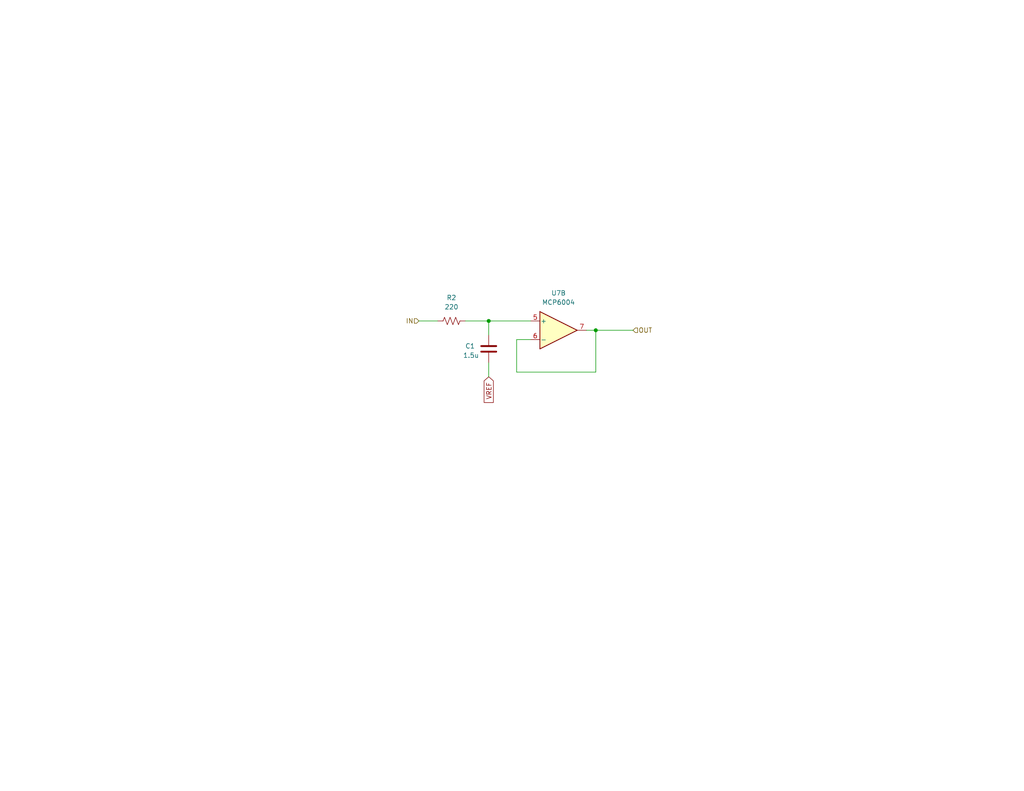
<source format=kicad_sch>
(kicad_sch (version 20250114) (generator "eeschema") (generator_version "9.0")
  (paper "USLetter")
  (title_block (title "EL223FP4L1") (date "2025-05-08") (rev "1") (company "Boles & Walker") (comment 1 "Low Pass Filter (<1k)"))
  (lib_symbols
    (symbol "Amplifier_Operational:MCP6004" (pin_names (offset 0.127))
      (property "Reference" "U" (at 0 5.08 0))
      (property "Value" "MCP6004" (at 0 -5.08 0))
      (symbol "MCP6004_1_1"
        (polyline (pts (xy -5.08 5.08) (xy 5.08 0) (xy -5.08 -5.08) (xy -5.08 5.08)) (stroke (width 0.254)) (fill (type background)))
        (pin input line (at -7.62 2.54 0) (length 2.54) (name "+") (number "3"))
        (pin input line (at -7.62 -2.54 0) (length 2.54) (name "-") (number "2"))
        (pin output line (at 7.62 0 180) (length 2.54) (name "~") (number "1"))
      )
      (symbol "MCP6004_2_1"
        (polyline (pts (xy -5.08 5.08) (xy 5.08 0) (xy -5.08 -5.08) (xy -5.08 5.08)) (stroke (width 0.254)) (fill (type background)))
        (pin input line (at -7.62 2.54 0) (length 2.54) (name "+") (number "5"))
        (pin input line (at -7.62 -2.54 0) (length 2.54) (name "-") (number "6"))
        (pin output line (at 7.62 0 180) (length 2.54) (name "~") (number "7"))
      )
      (symbol "MCP6004_3_1"
        (polyline (pts (xy -5.08 5.08) (xy 5.08 0) (xy -5.08 -5.08) (xy -5.08 5.08)) (stroke (width 0.254)) (fill (type background)))
        (pin input line (at -7.62 2.54 0) (length 2.54) (name "+") (number "10"))
        (pin input line (at -7.62 -2.54 0) (length 2.54) (name "-") (number "9"))
        (pin output line (at 7.62 0 180) (length 2.54) (name "~") (number "8"))
      )
      (symbol "MCP6004_4_1"
        (polyline (pts (xy -5.08 5.08) (xy 5.08 0) (xy -5.08 -5.08) (xy -5.08 5.08)) (stroke (width 0.254)) (fill (type background)))
        (pin input line (at -7.62 2.54 0) (length 2.54) (name "+") (number "12"))
        (pin input line (at -7.62 -2.54 0) (length 2.54) (name "-") (number "13"))
        (pin output line (at 7.62 0 180) (length 2.54) (name "~") (number "14"))
      )
      (symbol "MCP6004_5_1"
        (pin power_in line (at -2.54 7.62 270) (length 3.81) (name "V+") (number "4"))
        (pin power_in line (at -2.54 -7.62 90) (length 3.81) (name "V-") (number "11"))
      )
    )
    (symbol "Device:C" (pin_numbers (hide yes)) (pin_names (offset 0.254))
      (property "Reference" "C" (at 0.635 2.54 0))
      (property "Value" "C" (at 0.635 -2.54 0))
      (symbol "C_0_1"
        (polyline (pts (xy -2.032 0.762) (xy 2.032 0.762)) (stroke (width 0.508)))
        (polyline (pts (xy -2.032 -0.762) (xy 2.032 -0.762)) (stroke (width 0.508)))
      )
      (symbol "C_1_1"
        (pin passive line (at 0 3.81 270) (length 2.794) (name "~") (number "1"))
        (pin passive line (at 0 -3.81 90) (length 2.794) (name "~") (number "2"))
      )
    )
    (symbol "Device:R_US" (pin_numbers (hide yes)) (pin_names (offset 0))
      (property "Reference" "R" (at 2.54 0 90))
      (property "Value" "R_US" (at -2.54 0 90))
      (symbol "R_US_0_1"
        (polyline (pts (xy 0 2.286) (xy 0 2.54)))
        (polyline (pts (xy 0 2.286) (xy 1.016 1.905) (xy 0 1.524) (xy -1.016 1.143) (xy 0 0.762)))
        (polyline (pts (xy 0 0.762) (xy 1.016 0.381) (xy 0 0) (xy -1.016 -0.381) (xy 0 -0.762)))
        (polyline (pts (xy 0 -0.762) (xy 1.016 -1.143) (xy 0 -1.524) (xy -1.016 -1.905) (xy 0 -2.286)))
        (polyline (pts (xy 0 -2.286) (xy 0 -2.54)))
      )
      (symbol "R_US_1_1"
        (pin passive line (at 0 3.81 270) (length 1.27) (name "~") (number "1"))
        (pin passive line (at 0 -3.81 90) (length 1.27) (name "~") (number "2"))
      )
    )
  )
  (junction (at 133.35 87.63))
  (junction (at 162.56 90.17))
  (wire (pts (xy 162.56 101.6) (xy 162.56 90.17)))
  (wire (pts (xy 133.35 91.44) (xy 133.35 87.63)))
  (wire (pts (xy 140.97 101.6) (xy 162.56 101.6)))
  (wire (pts (xy 114.3 87.63) (xy 119.38 87.63)))
  (wire (pts (xy 140.97 92.71) (xy 140.97 101.6)))
  (wire (pts (xy 162.56 90.17) (xy 160.02 90.17)))
  (wire (pts (xy 162.56 90.17) (xy 172.72 90.17)))
  (wire (pts (xy 133.35 87.63) (xy 144.78 87.63)))
  (wire (pts (xy 133.35 99.06) (xy 133.35 102.87)))
  (wire (pts (xy 144.78 92.71) (xy 140.97 92.71)))
  (wire (pts (xy 127 87.63) (xy 133.35 87.63)))
  (global_label "VREF" (shape input) (at 133.35 102.87 270) (property "Intersheetrefs" "${INTERSHEET_REFS}" (effects (hide yes))))
  (hierarchical_label "OUT" (shape input) (at 172.72 90.17 0))
  (hierarchical_label "IN" (shape input) (at 114.3 87.63 180))
  (symbol (lib_id "Device:R_US") (at 123.19 87.63 90) (unit 1)
    (property "Reference" "R2" (at 123.19 81.28 90))
    (property "Value" "220" (at 123.19 83.82 90))
    (property "Description" "Resistor, US symbol" (effects (hide yes)))
  )
  (symbol (lib_id "Device:C") (at 133.35 95.25 180) (unit 1)
    (property "Reference" "C1" (at 128.27 94.488 0))
    (property "Value" "1.5u" (at 128.524 97.028 0))
    (property "Description" "Unpolarized capacitor" (effects (hide yes)))
  )
  (symbol (lib_id "Amplifier_Operational:MCP6004") (at 152.4 90.17 0) (unit 2)
    (property "Reference" "U7" (at 152.4 80.01 0))
    (property "Value" "MCP6004" (at 152.4 82.55 0))
    (property "Datasheet" "http://ww1.microchip.com/downloads/en/DeviceDoc/21733j.pdf" (effects (hide yes)))
    (property "Description" "1MHz, Low-Power Op Amp, DIP-14/SOIC-14/TSSOP-14" (effects (hide yes)))
    (property "Sim.Library" "MCP6001.lib" (effects (hide yes)))
    (property "Sim.Name" "MCP6004" (effects (hide yes)))
    (property "Sim.Device" "SUBCKT" (effects (hide yes)))
    (property "Sim.Pins" "1=OUTA 2=A- 3=A+ 4=VDD 5=B+ 6=B- 7=OUTB 8=OUTC 9=C- 10=C+ 11=VSS 12=D+ 13=D- 14=OUTD" (effects (hide yes)))
  )
)
</source>
